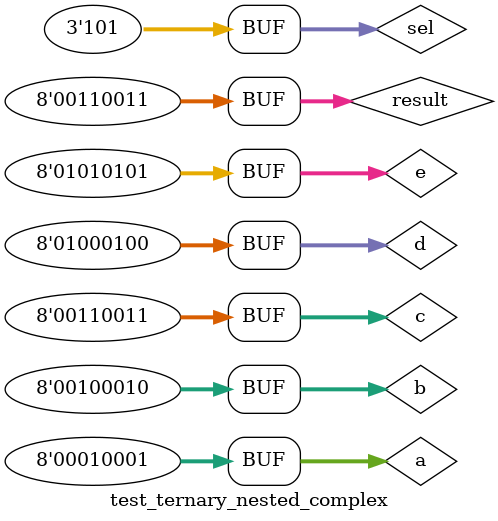
<source format=v>

module test_ternary_nested_complex;
  reg [7:0] a, b, c, d, e;
  reg [2:0] sel;
  wire [7:0] result;

  assign result = sel[2] ?
                    (sel[1] ?
                      (sel[0] ? a : b) :
                      (sel[0] ? c : d)) :
                    (sel[1] ?
                      (sel[0] ? e : a) :
                      (sel[0] ? b : c));

  initial begin
    a = 8'h11; b = 8'h22; c = 8'h33; d = 8'h44; e = 8'h55;
    sel = 3'b000;
    #10 sel = 3'b111;
    #10 sel = 3'b101;
  end
endmodule

</source>
